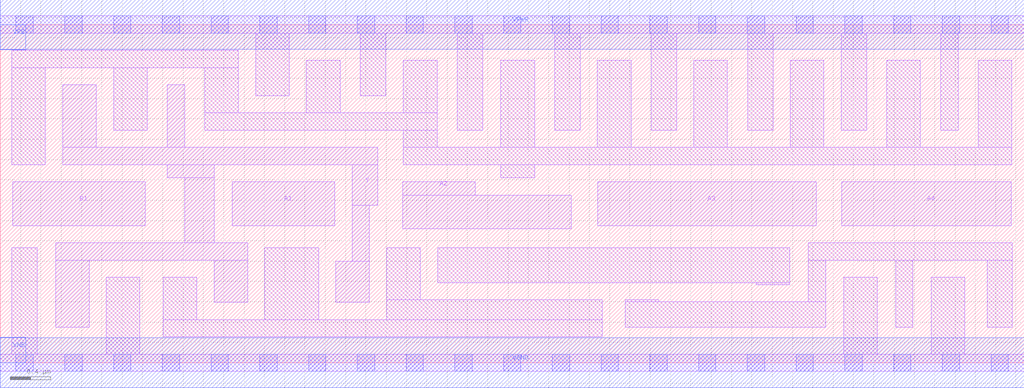
<source format=lef>
# Copyright 2020 The SkyWater PDK Authors
#
# Licensed under the Apache License, Version 2.0 (the "License");
# you may not use this file except in compliance with the License.
# You may obtain a copy of the License at
#
#     https://www.apache.org/licenses/LICENSE-2.0
#
# Unless required by applicable law or agreed to in writing, software
# distributed under the License is distributed on an "AS IS" BASIS,
# WITHOUT WARRANTIES OR CONDITIONS OF ANY KIND, either express or implied.
# See the License for the specific language governing permissions and
# limitations under the License.
#
# SPDX-License-Identifier: Apache-2.0

VERSION 5.5 ;
NAMESCASESENSITIVE ON ;
BUSBITCHARS "[]" ;
DIVIDERCHAR "/" ;
MACRO sky130_fd_sc_hs__a41oi_4
  CLASS CORE ;
  SOURCE USER ;
  ORIGIN  0.000000  0.000000 ;
  SIZE  10.08000 BY  3.330000 ;
  SYMMETRY X Y ;
  SITE unit ;
  PIN A1
    ANTENNAGATEAREA  1.116000 ;
    DIRECTION INPUT ;
    USE SIGNAL ;
    PORT
      LAYER li1 ;
        RECT 2.285000 1.350000 3.295000 1.780000 ;
    END
  END A1
  PIN A2
    ANTENNAGATEAREA  1.116000 ;
    DIRECTION INPUT ;
    USE SIGNAL ;
    PORT
      LAYER li1 ;
        RECT 3.965000 1.320000 5.620000 1.650000 ;
        RECT 3.965000 1.650000 4.675000 1.780000 ;
    END
  END A2
  PIN A3
    ANTENNAGATEAREA  1.116000 ;
    DIRECTION INPUT ;
    USE SIGNAL ;
    PORT
      LAYER li1 ;
        RECT 5.885000 1.350000 8.035000 1.780000 ;
    END
  END A3
  PIN A4
    ANTENNAGATEAREA  1.116000 ;
    DIRECTION INPUT ;
    USE SIGNAL ;
    PORT
      LAYER li1 ;
        RECT 8.285000 1.350000 9.955000 1.780000 ;
    END
  END A4
  PIN B1
    ANTENNAGATEAREA  0.894000 ;
    DIRECTION INPUT ;
    USE SIGNAL ;
    PORT
      LAYER li1 ;
        RECT 0.125000 1.350000 1.430000 1.780000 ;
    END
  END B1
  PIN Y
    ANTENNADIFFAREA  1.447600 ;
    DIRECTION OUTPUT ;
    USE SIGNAL ;
    PORT
      LAYER li1 ;
        RECT 0.545000 0.350000 0.875000 1.010000 ;
        RECT 0.545000 1.010000 2.435000 1.180000 ;
        RECT 0.615000 1.950000 3.715000 2.120000 ;
        RECT 0.615000 2.120000 0.945000 2.735000 ;
        RECT 1.645000 1.820000 2.105000 1.950000 ;
        RECT 1.645000 2.120000 1.815000 2.735000 ;
        RECT 1.815000 1.180000 2.105000 1.820000 ;
        RECT 2.105000 0.595000 2.435000 1.010000 ;
        RECT 3.305000 0.595000 3.635000 1.000000 ;
        RECT 3.465000 1.000000 3.635000 1.550000 ;
        RECT 3.465000 1.550000 3.715000 1.950000 ;
    END
  END Y
  PIN VGND
    DIRECTION INOUT ;
    USE GROUND ;
    PORT
      LAYER met1 ;
        RECT 0.000000 -0.245000 10.080000 0.245000 ;
    END
  END VGND
  PIN VNB
    DIRECTION INOUT ;
    USE GROUND ;
    PORT
      LAYER met1 ;
        RECT 0.000000 0.000000 0.250000 0.250000 ;
    END
  END VNB
  PIN VPB
    DIRECTION INOUT ;
    USE POWER ;
    PORT
      LAYER met1 ;
        RECT 0.000000 3.080000 0.250000 3.330000 ;
    END
  END VPB
  PIN VPWR
    DIRECTION INOUT ;
    USE POWER ;
    PORT
      LAYER met1 ;
        RECT 0.000000 3.085000 10.080000 3.575000 ;
    END
  END VPWR
  OBS
    LAYER li1 ;
      RECT 0.000000 -0.085000 10.080000 0.085000 ;
      RECT 0.000000  3.245000 10.080000 3.415000 ;
      RECT 0.115000  0.085000  0.365000 1.130000 ;
      RECT 0.115000  1.950000  0.445000 2.905000 ;
      RECT 0.115000  2.905000  2.345000 3.075000 ;
      RECT 1.045000  0.085000  1.375000 0.840000 ;
      RECT 1.115000  2.290000  1.445000 2.905000 ;
      RECT 1.605000  0.255000  5.925000 0.425000 ;
      RECT 1.605000  0.425000  1.935000 0.840000 ;
      RECT 2.015000  2.290000  4.300000 2.460000 ;
      RECT 2.015000  2.460000  2.345000 2.905000 ;
      RECT 2.515000  2.630000  2.845000 3.245000 ;
      RECT 2.605000  0.425000  3.135000 1.130000 ;
      RECT 3.015000  2.460000  3.345000 2.980000 ;
      RECT 3.545000  2.630000  3.795000 3.245000 ;
      RECT 3.805000  0.425000  5.925000 0.620000 ;
      RECT 3.805000  0.620000  4.135000 1.130000 ;
      RECT 3.970000  1.950000  9.960000 2.120000 ;
      RECT 3.970000  2.120000  4.300000 2.290000 ;
      RECT 3.970000  2.460000  4.300000 2.980000 ;
      RECT 4.305000  0.790000  7.775000 1.130000 ;
      RECT 4.500000  2.290000  4.750000 3.245000 ;
      RECT 4.930000  1.820000  5.260000 1.950000 ;
      RECT 4.930000  2.120000  5.260000 2.980000 ;
      RECT 5.460000  2.290000  5.710000 3.245000 ;
      RECT 5.880000  2.120000  6.210000 2.980000 ;
      RECT 6.155000  0.350000  8.125000 0.600000 ;
      RECT 6.155000  0.600000  6.485000 0.620000 ;
      RECT 6.410000  2.290000  6.660000 3.245000 ;
      RECT 6.830000  2.120000  7.160000 2.980000 ;
      RECT 7.360000  2.290000  7.610000 3.245000 ;
      RECT 7.445000  0.770000  7.775000 0.790000 ;
      RECT 7.780000  2.120000  8.110000 2.980000 ;
      RECT 7.955000  0.600000  8.125000 1.010000 ;
      RECT 7.955000  1.010000  9.965000 1.180000 ;
      RECT 8.280000  2.290000  8.530000 3.245000 ;
      RECT 8.305000  0.085000  8.635000 0.840000 ;
      RECT 8.730000  2.120000  9.060000 2.980000 ;
      RECT 8.815000  0.350000  8.985000 1.010000 ;
      RECT 9.165000  0.085000  9.495000 0.840000 ;
      RECT 9.260000  2.290000  9.430000 3.245000 ;
      RECT 9.630000  2.120000  9.960000 2.980000 ;
      RECT 9.715000  0.350000  9.965000 1.010000 ;
    LAYER mcon ;
      RECT 0.155000 -0.085000 0.325000 0.085000 ;
      RECT 0.155000  3.245000 0.325000 3.415000 ;
      RECT 0.635000 -0.085000 0.805000 0.085000 ;
      RECT 0.635000  3.245000 0.805000 3.415000 ;
      RECT 1.115000 -0.085000 1.285000 0.085000 ;
      RECT 1.115000  3.245000 1.285000 3.415000 ;
      RECT 1.595000 -0.085000 1.765000 0.085000 ;
      RECT 1.595000  3.245000 1.765000 3.415000 ;
      RECT 2.075000 -0.085000 2.245000 0.085000 ;
      RECT 2.075000  3.245000 2.245000 3.415000 ;
      RECT 2.555000 -0.085000 2.725000 0.085000 ;
      RECT 2.555000  3.245000 2.725000 3.415000 ;
      RECT 3.035000 -0.085000 3.205000 0.085000 ;
      RECT 3.035000  3.245000 3.205000 3.415000 ;
      RECT 3.515000 -0.085000 3.685000 0.085000 ;
      RECT 3.515000  3.245000 3.685000 3.415000 ;
      RECT 3.995000 -0.085000 4.165000 0.085000 ;
      RECT 3.995000  3.245000 4.165000 3.415000 ;
      RECT 4.475000 -0.085000 4.645000 0.085000 ;
      RECT 4.475000  3.245000 4.645000 3.415000 ;
      RECT 4.955000 -0.085000 5.125000 0.085000 ;
      RECT 4.955000  3.245000 5.125000 3.415000 ;
      RECT 5.435000 -0.085000 5.605000 0.085000 ;
      RECT 5.435000  3.245000 5.605000 3.415000 ;
      RECT 5.915000 -0.085000 6.085000 0.085000 ;
      RECT 5.915000  3.245000 6.085000 3.415000 ;
      RECT 6.395000 -0.085000 6.565000 0.085000 ;
      RECT 6.395000  3.245000 6.565000 3.415000 ;
      RECT 6.875000 -0.085000 7.045000 0.085000 ;
      RECT 6.875000  3.245000 7.045000 3.415000 ;
      RECT 7.355000 -0.085000 7.525000 0.085000 ;
      RECT 7.355000  3.245000 7.525000 3.415000 ;
      RECT 7.835000 -0.085000 8.005000 0.085000 ;
      RECT 7.835000  3.245000 8.005000 3.415000 ;
      RECT 8.315000 -0.085000 8.485000 0.085000 ;
      RECT 8.315000  3.245000 8.485000 3.415000 ;
      RECT 8.795000 -0.085000 8.965000 0.085000 ;
      RECT 8.795000  3.245000 8.965000 3.415000 ;
      RECT 9.275000 -0.085000 9.445000 0.085000 ;
      RECT 9.275000  3.245000 9.445000 3.415000 ;
      RECT 9.755000 -0.085000 9.925000 0.085000 ;
      RECT 9.755000  3.245000 9.925000 3.415000 ;
  END
END sky130_fd_sc_hs__a41oi_4

</source>
